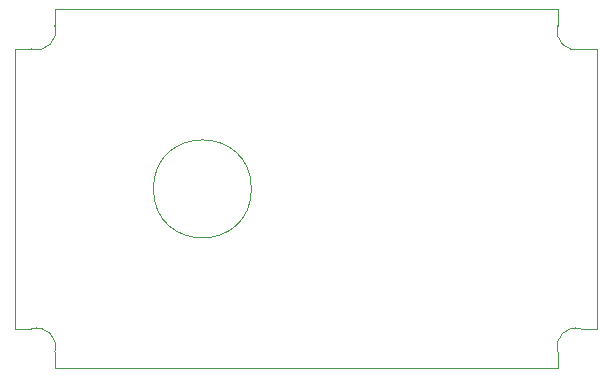
<source format=gbr>
G04 #@! TF.FileFunction,Profile,NP*
%FSLAX46Y46*%
G04 Gerber Fmt 4.6, Leading zero omitted, Abs format (unit mm)*
G04 Created by KiCad (PCBNEW (2015-07-08 BZR 5908)-product) date Thu 09 Jul 2015 02:10:17 PM EEST*
%MOMM*%
G01*
G04 APERTURE LIST*
%ADD10C,0.100000*%
G04 APERTURE END LIST*
D10*
X159176698Y-97020467D02*
X159176698Y-73320467D01*
X157806932Y-97020467D02*
X159176698Y-97020467D01*
X155826698Y-100370467D02*
X155826698Y-99000701D01*
X111246463Y-97020467D02*
X109876698Y-97020467D01*
X113226698Y-100370467D02*
X113226698Y-99000701D01*
X111246463Y-73320467D02*
X109876698Y-73320467D01*
X113226698Y-69970467D02*
X113226698Y-71340233D01*
X129876698Y-85170467D02*
G75*
G03X129876698Y-85170467I-4150000J0D01*
G01*
X155826698Y-69970467D02*
X113226698Y-69970467D01*
X113226698Y-100370467D02*
X155826698Y-100370467D01*
X109876698Y-73320467D02*
X109876698Y-97020467D01*
X111246463Y-97020467D02*
G75*
G02X113226698Y-99000701I480235J-1500000D01*
G01*
X113226698Y-71340233D02*
G75*
G02X111246463Y-73320467I-1500000J-480234D01*
G01*
X157806933Y-73320467D02*
G75*
G02X155826698Y-71340233I-480235J1500000D01*
G01*
X155826698Y-99000702D02*
G75*
G02X157806932Y-97020467I1500000J480235D01*
G01*
X157806932Y-73320467D02*
X159176698Y-73320467D01*
X155826698Y-69970467D02*
X155826698Y-71340233D01*
M02*

</source>
